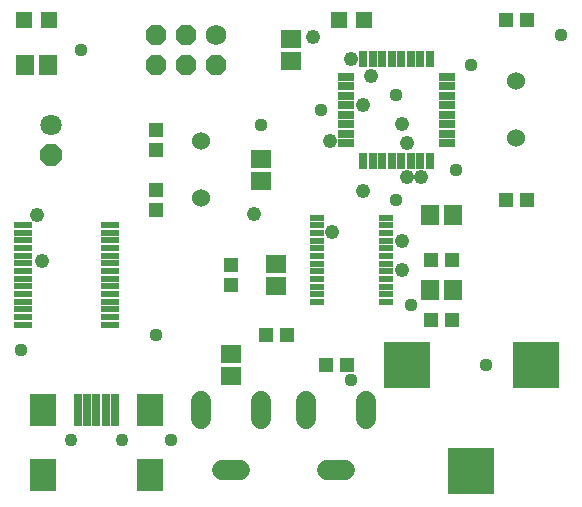
<source format=gts>
G75*
G70*
%OFA0B0*%
%FSLAX24Y24*%
%IPPOS*%
%LPD*%
%AMOC8*
5,1,8,0,0,1.08239X$1,22.5*
%
%ADD10R,0.0580X0.0300*%
%ADD11R,0.0300X0.0580*%
%ADD12C,0.0600*%
%ADD13R,0.0513X0.0474*%
%ADD14C,0.0680*%
%ADD15OC8,0.0680*%
%ADD16R,0.0592X0.0710*%
%ADD17OC8,0.0710*%
%ADD18C,0.0710*%
%ADD19R,0.0552X0.0552*%
%ADD20R,0.0710X0.0592*%
%ADD21R,0.0630X0.0217*%
%ADD22R,0.0277X0.1064*%
%ADD23R,0.0867X0.1064*%
%ADD24C,0.0434*%
%ADD25R,0.0470X0.0200*%
%ADD26R,0.0474X0.0513*%
%ADD27C,0.0680*%
%ADD28R,0.1580X0.1580*%
%ADD29C,0.0440*%
%ADD30C,0.0480*%
D10*
X011991Y014484D03*
X011991Y014799D03*
X011991Y015114D03*
X011991Y015429D03*
X011991Y015744D03*
X011991Y016059D03*
X011991Y016374D03*
X011991Y016689D03*
X015371Y016689D03*
X015371Y016374D03*
X015371Y016059D03*
X015371Y015744D03*
X015371Y015429D03*
X015371Y015114D03*
X015371Y014799D03*
X015371Y014484D03*
D11*
X014784Y013896D03*
X014469Y013896D03*
X014154Y013896D03*
X013839Y013896D03*
X013524Y013896D03*
X013209Y013896D03*
X012894Y013896D03*
X012579Y013896D03*
X012579Y017276D03*
X012894Y017276D03*
X013209Y017276D03*
X013524Y017276D03*
X013839Y017276D03*
X014154Y017276D03*
X014469Y017276D03*
X014784Y017276D03*
D12*
X017681Y016536D03*
X017681Y014636D03*
X007181Y014536D03*
X007181Y012636D03*
D13*
X009347Y008086D03*
X010016Y008086D03*
X011347Y007086D03*
X012016Y007086D03*
X014847Y008586D03*
X015516Y008586D03*
X015516Y010586D03*
X014847Y010586D03*
X017347Y012586D03*
X018016Y012586D03*
X018016Y018586D03*
X017347Y018586D03*
D14*
X007681Y018086D03*
D15*
X006681Y018086D03*
X005681Y018086D03*
X005681Y017086D03*
X006681Y017086D03*
X007681Y017086D03*
D16*
X002055Y017086D03*
X001307Y017086D03*
X014807Y012086D03*
X015555Y012086D03*
X015555Y009586D03*
X014807Y009586D03*
D17*
X002181Y014086D03*
D18*
X002181Y015086D03*
D19*
X002095Y018586D03*
X001268Y018586D03*
X011768Y018586D03*
X012595Y018586D03*
D20*
X010181Y017960D03*
X010181Y017212D03*
X009181Y013960D03*
X009181Y013212D03*
X009681Y010460D03*
X009681Y009712D03*
X008181Y007460D03*
X008181Y006712D03*
D21*
X004121Y008423D03*
X004121Y008679D03*
X004121Y008935D03*
X004121Y009191D03*
X004121Y009447D03*
X004121Y009702D03*
X004121Y009958D03*
X004121Y010214D03*
X004121Y010470D03*
X004121Y010726D03*
X004121Y010982D03*
X004121Y011238D03*
X004121Y011494D03*
X004121Y011750D03*
X001242Y011750D03*
X001242Y011494D03*
X001242Y011238D03*
X001242Y010982D03*
X001242Y010726D03*
X001242Y010470D03*
X001242Y010214D03*
X001242Y009958D03*
X001242Y009702D03*
X001242Y009447D03*
X001242Y009191D03*
X001242Y008935D03*
X001242Y008679D03*
X001242Y008423D03*
D22*
X003051Y005571D03*
X003366Y005571D03*
X003681Y005571D03*
X003996Y005571D03*
X004311Y005571D03*
D23*
X001910Y003405D03*
X001910Y005571D03*
X005453Y005571D03*
X005453Y003405D03*
D24*
X004548Y004586D03*
X002815Y004586D03*
D25*
X011033Y009179D03*
X011033Y009435D03*
X011033Y009691D03*
X011033Y009947D03*
X011033Y010202D03*
X011033Y010458D03*
X011033Y010714D03*
X011033Y010970D03*
X011033Y011226D03*
X011033Y011482D03*
X011033Y011738D03*
X011033Y011994D03*
X013330Y011994D03*
X013330Y011738D03*
X013330Y011482D03*
X013330Y011226D03*
X013330Y010970D03*
X013330Y010714D03*
X013330Y010458D03*
X013330Y010202D03*
X013330Y009947D03*
X013330Y009691D03*
X013330Y009435D03*
X013330Y009179D03*
D26*
X008181Y009752D03*
X008181Y010421D03*
X005681Y012252D03*
X005681Y012921D03*
X005681Y014252D03*
X005681Y014921D03*
D27*
X007181Y005886D02*
X007181Y005286D01*
X007881Y003586D02*
X008481Y003586D01*
X009181Y005286D02*
X009181Y005886D01*
X010681Y005886D02*
X010681Y005286D01*
X011381Y003586D02*
X011981Y003586D01*
X012681Y005286D02*
X012681Y005886D01*
D28*
X014016Y007086D03*
X016181Y003543D03*
X018347Y007086D03*
D29*
X016681Y007086D03*
X014181Y009086D03*
X012181Y006586D03*
X006181Y004586D03*
X005681Y008086D03*
X001181Y007586D03*
X009181Y015086D03*
X011181Y015586D03*
X013681Y016086D03*
X016181Y017086D03*
X019181Y018086D03*
X015681Y013586D03*
X013681Y012586D03*
X003181Y017586D03*
D30*
X001701Y012086D03*
X001861Y010566D03*
X008921Y012106D03*
X011541Y011526D03*
X012581Y012886D03*
X014021Y013366D03*
X014501Y013366D03*
X014021Y014486D03*
X013861Y015126D03*
X012581Y015766D03*
X012821Y016726D03*
X012181Y017286D03*
X010901Y018006D03*
X011461Y014566D03*
X013861Y011206D03*
X013861Y010246D03*
M02*

</source>
